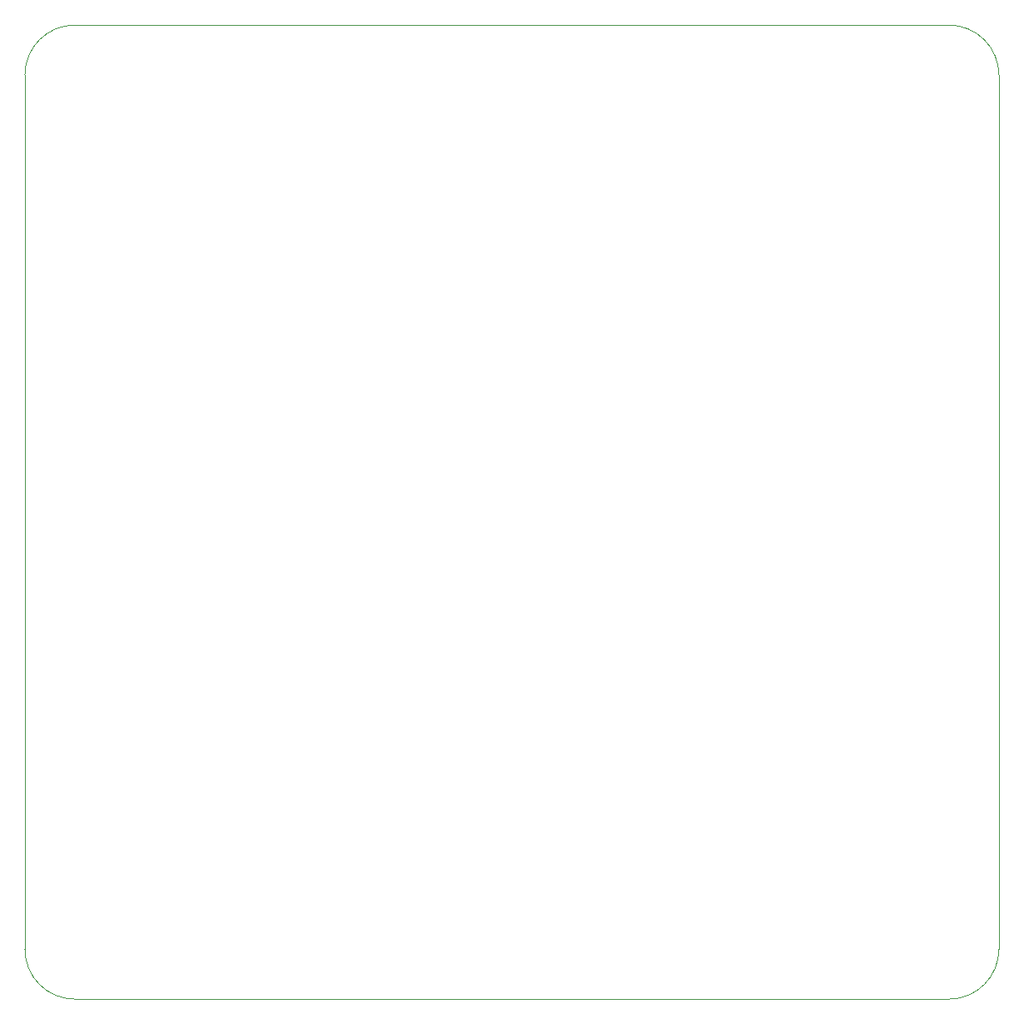
<source format=gm1>
G04 #@! TF.GenerationSoftware,KiCad,Pcbnew,7.0.7*
G04 #@! TF.CreationDate,2023-10-18T16:13:20+03:00*
G04 #@! TF.ProjectId,pcb,7063622e-6b69-4636-9164-5f7063625858,rev?*
G04 #@! TF.SameCoordinates,Original*
G04 #@! TF.FileFunction,Profile,NP*
%FSLAX46Y46*%
G04 Gerber Fmt 4.6, Leading zero omitted, Abs format (unit mm)*
G04 Created by KiCad (PCBNEW 7.0.7) date 2023-10-18 16:13:20*
%MOMM*%
%LPD*%
G01*
G04 APERTURE LIST*
G04 #@! TA.AperFunction,Profile*
%ADD10C,0.100000*%
G04 #@! TD*
G04 APERTURE END LIST*
D10*
X101600000Y-144780000D02*
X101600000Y-55880000D01*
X200660000Y-55880000D02*
G75*
G03*
X195580000Y-50800000I-5080000J0D01*
G01*
X101600000Y-144780000D02*
G75*
G03*
X106680000Y-149860000I5080000J0D01*
G01*
X195580000Y-149860000D02*
X106680000Y-149860000D01*
X106680000Y-50800000D02*
G75*
G03*
X101600000Y-55880000I0J-5080000D01*
G01*
X106680000Y-50800000D02*
X195580000Y-50800000D01*
X195580000Y-149860000D02*
G75*
G03*
X200660000Y-144780000I0J5080000D01*
G01*
X200660000Y-55880000D02*
X200660000Y-144780000D01*
M02*

</source>
